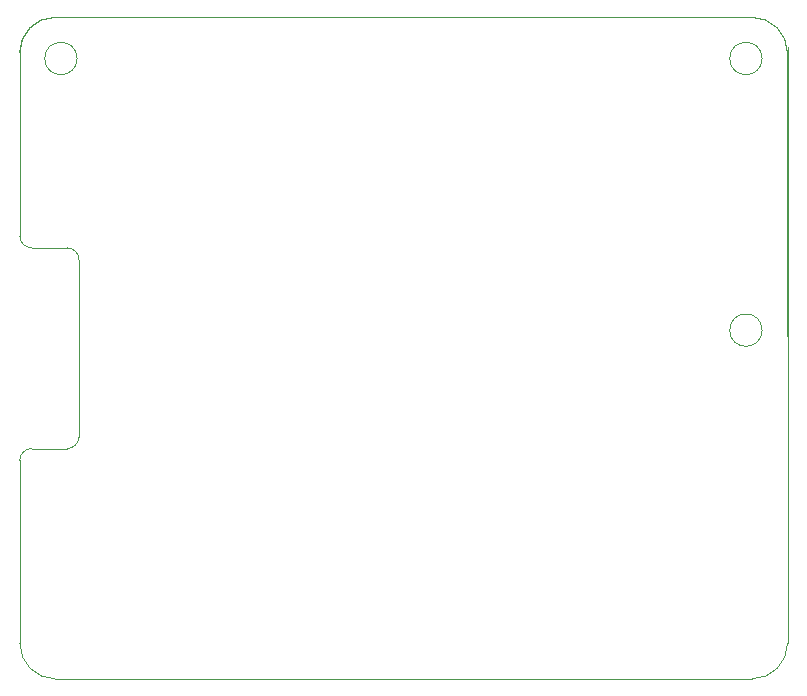
<source format=gbr>
%TF.GenerationSoftware,KiCad,Pcbnew,(6.0.9)*%
%TF.CreationDate,2022-12-10T23:12:21+01:00*%
%TF.ProjectId,ANET_ATX,414e4554-5f41-4545-982e-6b696361645f,rev?*%
%TF.SameCoordinates,Original*%
%TF.FileFunction,Profile,NP*%
%FSLAX46Y46*%
G04 Gerber Fmt 4.6, Leading zero omitted, Abs format (unit mm)*
G04 Created by KiCad (PCBNEW (6.0.9)) date 2022-12-10 23:12:22*
%MOMM*%
%LPD*%
G01*
G04 APERTURE LIST*
%TA.AperFunction,Profile*%
%ADD10C,0.050000*%
%TD*%
%TA.AperFunction,Profile*%
%ADD11C,0.100000*%
%TD*%
G04 APERTURE END LIST*
D10*
X112950000Y-62900000D02*
X112950000Y-86900000D01*
X110820328Y-63400000D02*
G75*
G03*
X110820328Y-63400000I-1370328J0D01*
G01*
X52820328Y-63400000D02*
G75*
G03*
X52820328Y-63400000I-1370328J0D01*
G01*
D11*
X47975000Y-112925000D02*
G75*
G03*
X50975000Y-115925000I3000000J0D01*
G01*
X50975000Y-59925000D02*
G75*
G03*
X47975000Y-62925000I0J-3000000D01*
G01*
X47975000Y-62425000D02*
X47975000Y-78425000D01*
X52975000Y-80425000D02*
X52975000Y-95425000D01*
D10*
X112950000Y-62900000D02*
G75*
G03*
X109950000Y-59900000I-3000000J0D01*
G01*
D11*
X51975000Y-96425000D02*
G75*
G03*
X52975000Y-95425000I0J1000000D01*
G01*
X47975000Y-97425000D02*
X47975000Y-112925000D01*
X52975000Y-80425000D02*
G75*
G03*
X51975000Y-79425000I-1000000J0D01*
G01*
X47975000Y-78425000D02*
G75*
G03*
X48975000Y-79425000I1000000J0D01*
G01*
X48975000Y-96425000D02*
G75*
G03*
X47975000Y-97425000I0J-1000000D01*
G01*
X48975000Y-96425000D02*
X51975000Y-96425000D01*
X48975000Y-79425000D02*
X51975000Y-79425000D01*
X109975000Y-115925000D02*
G75*
G03*
X112975000Y-112925000I0J3000000D01*
G01*
X112975000Y-62425000D02*
X112975000Y-112925000D01*
X112975000Y-62925000D02*
G75*
G03*
X109975000Y-59925000I-3000000J0D01*
G01*
D10*
X50950000Y-59900000D02*
G75*
G03*
X47950000Y-62900000I0J-3000000D01*
G01*
D11*
X50975000Y-115925000D02*
X109975000Y-115925000D01*
D10*
X110820328Y-86400000D02*
G75*
G03*
X110820328Y-86400000I-1370328J0D01*
G01*
X50950000Y-59900000D02*
X109950000Y-59900000D01*
D11*
X50975000Y-59925000D02*
X109975000Y-59925000D01*
M02*

</source>
